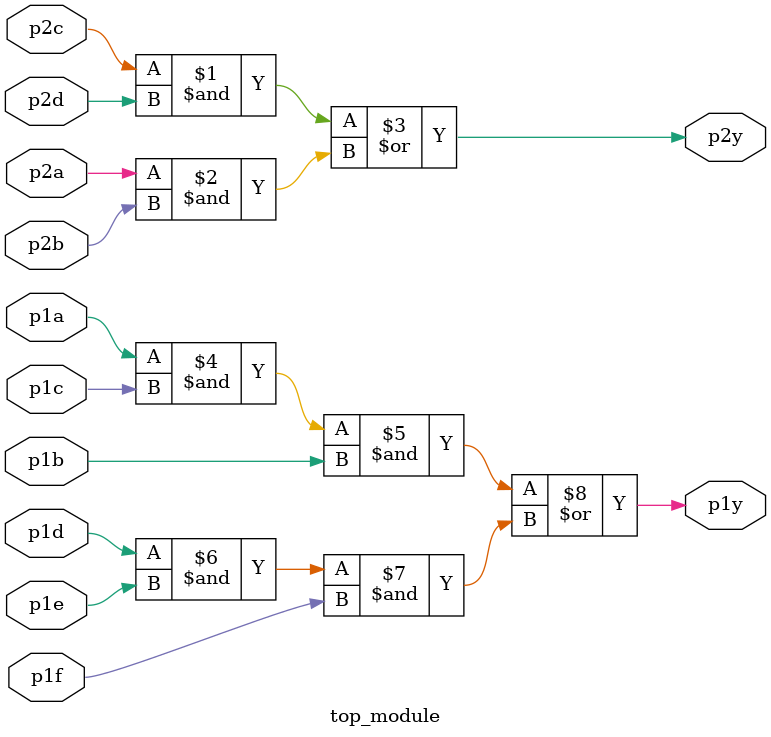
<source format=v>
module top_module ( 
    input p1a, p1b, p1c, p1d, p1e, p1f,
    output p1y,
    input p2a, p2b, p2c, p2d,
    output p2y );

    assign p2y = (p2c&p2d) | (p2a&p2b);
    assign p1y= (p1a & p1c & p1b) | (p1d & p1e & p1f);

endmodule

</source>
